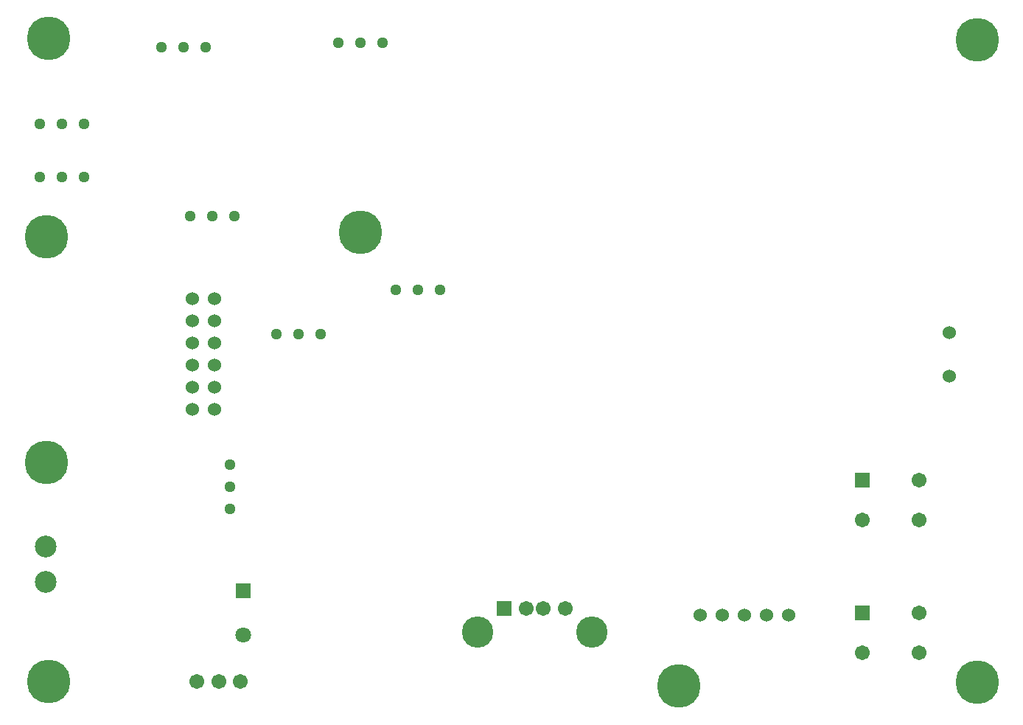
<source format=gbr>
%TF.GenerationSoftware,KiCad,Pcbnew,7.0.7*%
%TF.CreationDate,2024-06-01T18:58:37-04:00*%
%TF.ProjectId,Payload,5061796c-6f61-4642-9e6b-696361645f70,rev?*%
%TF.SameCoordinates,Original*%
%TF.FileFunction,Soldermask,Bot*%
%TF.FilePolarity,Negative*%
%FSLAX46Y46*%
G04 Gerber Fmt 4.6, Leading zero omitted, Abs format (unit mm)*
G04 Created by KiCad (PCBNEW 7.0.7) date 2024-06-01 18:58:37*
%MOMM*%
%LPD*%
G01*
G04 APERTURE LIST*
G04 Aperture macros list*
%AMRoundRect*
0 Rectangle with rounded corners*
0 $1 Rounding radius*
0 $2 $3 $4 $5 $6 $7 $8 $9 X,Y pos of 4 corners*
0 Add a 4 corners polygon primitive as box body*
4,1,4,$2,$3,$4,$5,$6,$7,$8,$9,$2,$3,0*
0 Add four circle primitives for the rounded corners*
1,1,$1+$1,$2,$3*
1,1,$1+$1,$4,$5*
1,1,$1+$1,$6,$7*
1,1,$1+$1,$8,$9*
0 Add four rect primitives between the rounded corners*
20,1,$1+$1,$2,$3,$4,$5,0*
20,1,$1+$1,$4,$5,$6,$7,0*
20,1,$1+$1,$6,$7,$8,$9,0*
20,1,$1+$1,$8,$9,$2,$3,0*%
G04 Aperture macros list end*
%ADD10C,5.000000*%
%ADD11RoundRect,0.102000X-0.754000X-0.754000X0.754000X-0.754000X0.754000X0.754000X-0.754000X0.754000X0*%
%ADD12C,1.712000*%
%ADD13C,1.295400*%
%ADD14C,3.600000*%
%ADD15C,1.524000*%
%ADD16C,2.500000*%
%ADD17R,1.800000X1.800000*%
%ADD18C,1.800000*%
G04 APERTURE END LIST*
D10*
%TO.C,H6*%
X99314000Y-65278000D03*
%TD*%
D11*
%TO.C,SW1*%
X157024000Y-109002000D03*
D12*
X163524000Y-109002000D03*
X157024000Y-113502000D03*
X163524000Y-113502000D03*
%TD*%
D13*
%TO.C,RV1*%
X76454000Y-44005500D03*
X78994000Y-44005500D03*
X81534000Y-44005500D03*
%TD*%
D10*
%TO.C,H4*%
X170180000Y-116949000D03*
%TD*%
%TO.C,H8*%
X63271400Y-91701400D03*
%TD*%
D11*
%TO.C,J1*%
X115880000Y-108484000D03*
D12*
X118380000Y-108484000D03*
X120380000Y-108484000D03*
X122880000Y-108484000D03*
D14*
X112810000Y-111194000D03*
X125950000Y-111194000D03*
%TD*%
D13*
%TO.C,RV7*%
X108458000Y-71882000D03*
X105918000Y-71882000D03*
X103378000Y-71882000D03*
%TD*%
D15*
%TO.C,U14*%
X82550000Y-72898000D03*
X82550000Y-75438000D03*
X82550000Y-77978000D03*
X82550000Y-80518000D03*
X82550000Y-83058000D03*
X82550000Y-85598000D03*
X80010000Y-72898000D03*
X80010000Y-75438000D03*
X80010000Y-77978000D03*
X80010000Y-80518000D03*
X80010000Y-83058000D03*
X80010000Y-85598000D03*
%TD*%
D10*
%TO.C,H3*%
X170180000Y-43180000D03*
%TD*%
D13*
%TO.C,RV5*%
X101854000Y-43497500D03*
X99314000Y-43497500D03*
X96774000Y-43497500D03*
%TD*%
D15*
%TO.C,Buzzer1*%
X167019874Y-81748000D03*
X167019874Y-76748000D03*
%TD*%
D13*
%TO.C,RV4*%
X79820000Y-63423500D03*
X82360000Y-63423500D03*
X84900000Y-63423500D03*
%TD*%
D10*
%TO.C,H1*%
X63500000Y-43035000D03*
%TD*%
D13*
%TO.C,RV6*%
X67564000Y-52832000D03*
X65024000Y-52832000D03*
X62484000Y-52832000D03*
%TD*%
%TO.C,RV8*%
X89662000Y-76962000D03*
X92202000Y-76962000D03*
X94742000Y-76962000D03*
%TD*%
%TO.C,RV3*%
X67564000Y-58928000D03*
X65024000Y-58928000D03*
X62484000Y-58928000D03*
%TD*%
D16*
%TO.C,bornier1*%
X63222000Y-101378000D03*
X63222000Y-105378000D03*
%TD*%
D10*
%TO.C,H2*%
X63500000Y-116840000D03*
%TD*%
D12*
%TO.C,S1*%
X80558000Y-116840000D03*
X83058000Y-116840000D03*
X85558000Y-116840000D03*
%TD*%
D10*
%TO.C,H5*%
X63246000Y-65786000D03*
%TD*%
D13*
%TO.C,RV2*%
X84391500Y-97028000D03*
X84391500Y-94488000D03*
X84391500Y-91948000D03*
%TD*%
D11*
%TO.C,SW2*%
X157024000Y-93762000D03*
D12*
X163524000Y-93762000D03*
X157024000Y-98262000D03*
X163524000Y-98262000D03*
%TD*%
D15*
%TO.C,Programming_pins1*%
X148501100Y-109258100D03*
X145961100Y-109258100D03*
X143421100Y-109258100D03*
X140881100Y-109258100D03*
X138341100Y-109258100D03*
%TD*%
D17*
%TO.C,D2*%
X85852000Y-106426000D03*
D18*
X85852000Y-111506000D03*
%TD*%
D10*
%TO.C,H7*%
X135890000Y-117348000D03*
%TD*%
M02*

</source>
